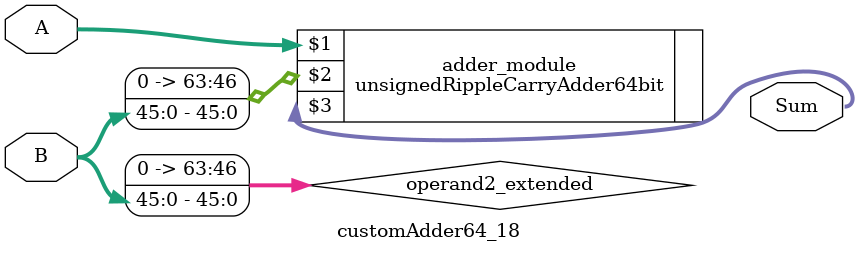
<source format=v>
module customAdder64_18(
                        input [63 : 0] A,
                        input [45 : 0] B,
                        
                        output [64 : 0] Sum
                );

        wire [63 : 0] operand2_extended;
        
        assign operand2_extended =  {18'b0, B};
        
        unsignedRippleCarryAdder64bit adder_module(
            A,
            operand2_extended,
            Sum
        );
        
        endmodule
        
</source>
